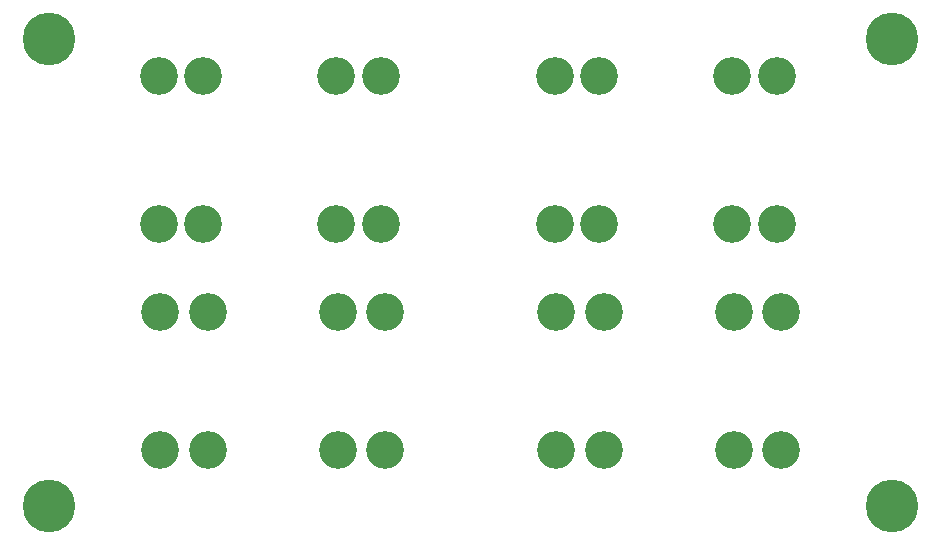
<source format=gbr>
G04 #@! TF.FileFunction,Soldermask,Bot*
%FSLAX46Y46*%
G04 Gerber Fmt 4.6, Leading zero omitted, Abs format (unit mm)*
G04 Created by KiCad (PCBNEW 4.0.7) date 03/14/18 18:41:00*
%MOMM*%
%LPD*%
G01*
G04 APERTURE LIST*
%ADD10C,0.100000*%
%ADD11C,4.464000*%
%ADD12C,3.200000*%
G04 APERTURE END LIST*
D10*
D11*
X185623200Y-141833600D03*
X114198400Y-141833600D03*
X114198400Y-102311200D03*
D12*
X123649200Y-137120800D03*
X127649200Y-137120800D03*
X123649200Y-125440800D03*
X127649200Y-125440800D03*
X138649200Y-125440800D03*
X142649200Y-125440800D03*
X138649200Y-137120800D03*
X142649200Y-137120800D03*
X123494800Y-117957600D03*
X127294800Y-117957600D03*
X123494800Y-105457600D03*
X127294800Y-105457600D03*
X138494800Y-117957600D03*
X142294800Y-117957600D03*
X138494800Y-105457600D03*
X142294800Y-105457600D03*
X157177200Y-137120800D03*
X161177200Y-137120800D03*
X157177200Y-125440800D03*
X161177200Y-125440800D03*
X172177200Y-125440800D03*
X176177200Y-125440800D03*
X172177200Y-137120800D03*
X176177200Y-137120800D03*
X157022800Y-117957600D03*
X160822800Y-117957600D03*
X157022800Y-105457600D03*
X160822800Y-105457600D03*
X172022800Y-117957600D03*
X175822800Y-117957600D03*
X172022800Y-105457600D03*
X175822800Y-105457600D03*
D11*
X185623200Y-102311200D03*
M02*

</source>
